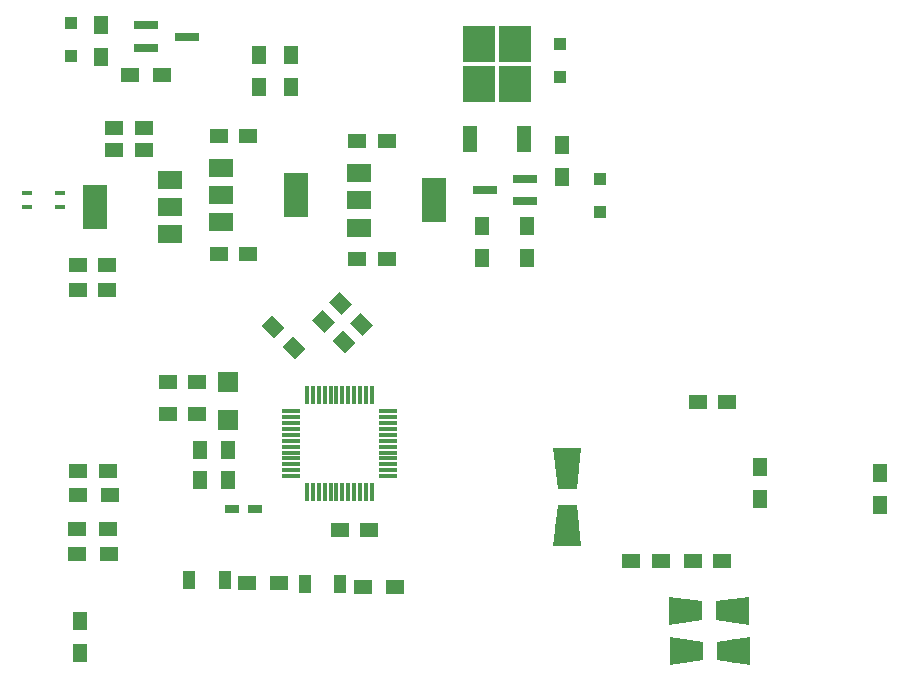
<source format=gtp>
G04 #@! TF.GenerationSoftware,KiCad,Pcbnew,(5.0.0-rc2-dev-340-g7483a73a5)*
G04 #@! TF.CreationDate,2018-06-13T08:56:42+02:00*
G04 #@! TF.ProjectId,AudiA6Main,4175646941364D61696E2E6B69636164,rev?*
G04 #@! TF.SameCoordinates,Original*
G04 #@! TF.FileFunction,Paste,Top*
G04 #@! TF.FilePolarity,Positive*
%FSLAX46Y46*%
G04 Gerber Fmt 4.6, Leading zero omitted, Abs format (unit mm)*
G04 Created by KiCad (PCBNEW (5.0.0-rc2-dev-340-g7483a73a5)) date 06/13/18 08:56:42*
%MOMM*%
%LPD*%
G01*
G04 APERTURE LIST*
%ADD10R,1.500000X1.250000*%
%ADD11C,1.250000*%
%ADD12C,0.100000*%
%ADD13R,1.250000X1.500000*%
%ADD14R,0.900000X0.400000*%
%ADD15R,1.200000X0.750000*%
%ADD16R,1.300000X1.500000*%
%ADD17R,1.500000X1.300000*%
%ADD18R,2.000000X1.500000*%
%ADD19R,2.000000X3.800000*%
%ADD20R,1.800000X1.750000*%
%ADD21R,1.000000X1.600000*%
%ADD22R,1.100000X1.100000*%
%ADD23R,2.000000X0.650000*%
%ADD24R,2.750000X3.050000*%
%ADD25R,1.200000X2.200000*%
%ADD26C,1.978996*%
%ADD27C,1.986130*%
%ADD28R,1.600000X0.300000*%
%ADD29R,0.300000X1.600000*%
G04 APERTURE END LIST*
D10*
X58950000Y-146400000D03*
X61450000Y-146400000D03*
X58950000Y-149100000D03*
X61450000Y-149100000D03*
X54441903Y-124873186D03*
X56941903Y-124873186D03*
X54441903Y-126773186D03*
X56941903Y-126773186D03*
X53850000Y-138550000D03*
X51350000Y-138550000D03*
X53850000Y-136500000D03*
X51350000Y-136500000D03*
X103400000Y-161550000D03*
X105900000Y-161550000D03*
X103850000Y-148050000D03*
X106350000Y-148050000D03*
X98200000Y-161550000D03*
X100700000Y-161550000D03*
X65800000Y-135550000D03*
X63300000Y-135550000D03*
X75000000Y-136000000D03*
X77500000Y-136000000D03*
X65800000Y-125550000D03*
X63300000Y-125550000D03*
X77500000Y-126000000D03*
X75000000Y-126000000D03*
X51400000Y-153950000D03*
X53900000Y-153950000D03*
D11*
X73566117Y-139716117D03*
D12*
G36*
X72593845Y-139627729D02*
X73477729Y-138743845D01*
X74538389Y-139804505D01*
X73654505Y-140688389D01*
X72593845Y-139627729D01*
X72593845Y-139627729D01*
G37*
D11*
X75333883Y-141483883D03*
D12*
G36*
X74361611Y-141395495D02*
X75245495Y-140511611D01*
X76306155Y-141572271D01*
X75422271Y-142456155D01*
X74361611Y-141395495D01*
X74361611Y-141395495D01*
G37*
D13*
X64100000Y-152150000D03*
X64100000Y-154650000D03*
D10*
X76050000Y-158900000D03*
X73550000Y-158900000D03*
D11*
X73883883Y-142983883D03*
D12*
G36*
X72911611Y-142895495D02*
X73795495Y-142011611D01*
X74856155Y-143072271D01*
X73972271Y-143956155D01*
X72911611Y-142895495D01*
X72911611Y-142895495D01*
G37*
D11*
X72116117Y-141216117D03*
D12*
G36*
X71143845Y-141127729D02*
X72027729Y-140243845D01*
X73088389Y-141304505D01*
X72204505Y-142188389D01*
X71143845Y-141127729D01*
X71143845Y-141127729D01*
G37*
D13*
X61700000Y-154650000D03*
X61700000Y-152150000D03*
D11*
X69683883Y-143483883D03*
D12*
G36*
X68711611Y-143395495D02*
X69595495Y-142511611D01*
X70656155Y-143572271D01*
X69772271Y-144456155D01*
X68711611Y-143395495D01*
X68711611Y-143395495D01*
G37*
D11*
X67916117Y-141716117D03*
D12*
G36*
X66943845Y-141627729D02*
X67827729Y-140743845D01*
X68888389Y-141804505D01*
X68004505Y-142688389D01*
X66943845Y-141627729D01*
X66943845Y-141627729D01*
G37*
D14*
X47050000Y-130375000D03*
X47050000Y-131525000D03*
X49850000Y-130375000D03*
X49850000Y-131525000D03*
D15*
X66350000Y-157100000D03*
X64450000Y-157100000D03*
D16*
X51500000Y-169350000D03*
X51500000Y-166650000D03*
D17*
X78200000Y-163700000D03*
X75500000Y-163700000D03*
X65700000Y-163425000D03*
X68400000Y-163425000D03*
D16*
X119250000Y-156800000D03*
X119250000Y-154100000D03*
X109100000Y-156300000D03*
X109100000Y-153600000D03*
X89375000Y-133200000D03*
X89375000Y-135900000D03*
X92350000Y-126325000D03*
X92350000Y-129025000D03*
X53350000Y-118825000D03*
X53350000Y-116125000D03*
X85575000Y-135850000D03*
X85575000Y-133150000D03*
D17*
X55800000Y-120375000D03*
X58500000Y-120375000D03*
X54100000Y-155950000D03*
X51400000Y-155950000D03*
X51250000Y-158850000D03*
X53950000Y-158850000D03*
X54000000Y-160950000D03*
X51300000Y-160950000D03*
D18*
X59141903Y-133873186D03*
X59141903Y-129273186D03*
X59141903Y-131573186D03*
D19*
X52841903Y-131573186D03*
X69800000Y-130550000D03*
D18*
X63500000Y-130550000D03*
X63500000Y-132850000D03*
X63500000Y-128250000D03*
X75200000Y-128700000D03*
X75200000Y-133300000D03*
X75200000Y-131000000D03*
D19*
X81500000Y-131000000D03*
D20*
X64100000Y-149600000D03*
X64100000Y-146350000D03*
D21*
X63800000Y-163150000D03*
X60800000Y-163150000D03*
D22*
X95600000Y-131950000D03*
X95600000Y-129150000D03*
X50800000Y-116000000D03*
X50800000Y-118800000D03*
X92150000Y-117750000D03*
X92150000Y-120550000D03*
D21*
X73550000Y-163450000D03*
X70550000Y-163450000D03*
D23*
X85815000Y-130100000D03*
X89235000Y-129150000D03*
X89235000Y-131050000D03*
D24*
X88375000Y-121150000D03*
X85325000Y-117800000D03*
X85325000Y-121150000D03*
X88375000Y-117800000D03*
D25*
X89130000Y-125775000D03*
X84570000Y-125775000D03*
D23*
X57165000Y-116175000D03*
X57165000Y-118075000D03*
X60585000Y-117125000D03*
D26*
X106800000Y-165750000D03*
D12*
G36*
X108199540Y-164551120D02*
X108199540Y-166948880D01*
X105400460Y-166550100D01*
X105400460Y-164949900D01*
X108199540Y-164551120D01*
X108199540Y-164551120D01*
G37*
D26*
X102802040Y-165750000D03*
D12*
G36*
X101402500Y-166948880D02*
X101402500Y-164551120D01*
X104201580Y-164949900D01*
X104201580Y-166550100D01*
X101402500Y-166948880D01*
X101402500Y-166948880D01*
G37*
D26*
X102852040Y-169150000D03*
D12*
G36*
X101452500Y-170348880D02*
X101452500Y-167951120D01*
X104251580Y-168349900D01*
X104251580Y-169950100D01*
X101452500Y-170348880D01*
X101452500Y-170348880D01*
G37*
D26*
X106850000Y-169150000D03*
D12*
G36*
X108249540Y-167951120D02*
X108249540Y-170348880D01*
X105450460Y-169950100D01*
X105450460Y-168349900D01*
X108249540Y-167951120D01*
X108249540Y-167951120D01*
G37*
D27*
X92800000Y-153687000D03*
D12*
G36*
X91601120Y-151936940D02*
X93998880Y-151936940D01*
X93600100Y-155437060D01*
X91999900Y-155437060D01*
X91601120Y-151936940D01*
X91601120Y-151936940D01*
G37*
D27*
X92800000Y-158513000D03*
D12*
G36*
X93998880Y-160263060D02*
X91601120Y-160263060D01*
X91999900Y-156762940D01*
X93600100Y-156762940D01*
X93998880Y-160263060D01*
X93998880Y-160263060D01*
G37*
D28*
X69400000Y-148850000D03*
X69400000Y-149350000D03*
X69400000Y-149850000D03*
X69400000Y-150350000D03*
X69400000Y-150850000D03*
X69400000Y-151350000D03*
X69400000Y-151850000D03*
X69400000Y-152350000D03*
X69400000Y-152850000D03*
X69400000Y-153350000D03*
X69400000Y-153850000D03*
X69400000Y-154350000D03*
D29*
X70750000Y-155700000D03*
X71250000Y-155700000D03*
X71750000Y-155700000D03*
X72250000Y-155700000D03*
X72750000Y-155700000D03*
X73250000Y-155700000D03*
X73750000Y-155700000D03*
X74250000Y-155700000D03*
X74750000Y-155700000D03*
X75250000Y-155700000D03*
X75750000Y-155700000D03*
X76250000Y-155700000D03*
D28*
X77600000Y-154350000D03*
X77600000Y-153850000D03*
X77600000Y-153350000D03*
X77600000Y-152850000D03*
X77600000Y-152350000D03*
X77600000Y-151850000D03*
X77600000Y-151350000D03*
X77600000Y-150850000D03*
X77600000Y-150350000D03*
X77600000Y-149850000D03*
X77600000Y-149350000D03*
X77600000Y-148850000D03*
D29*
X76250000Y-147500000D03*
X75750000Y-147500000D03*
X75250000Y-147500000D03*
X74750000Y-147500000D03*
X74250000Y-147500000D03*
X73750000Y-147500000D03*
X73250000Y-147500000D03*
X72750000Y-147500000D03*
X72250000Y-147500000D03*
X71750000Y-147500000D03*
X71250000Y-147500000D03*
X70750000Y-147500000D03*
D16*
X66700000Y-121400000D03*
X66700000Y-118700000D03*
X69400000Y-118700000D03*
X69400000Y-121400000D03*
M02*

</source>
